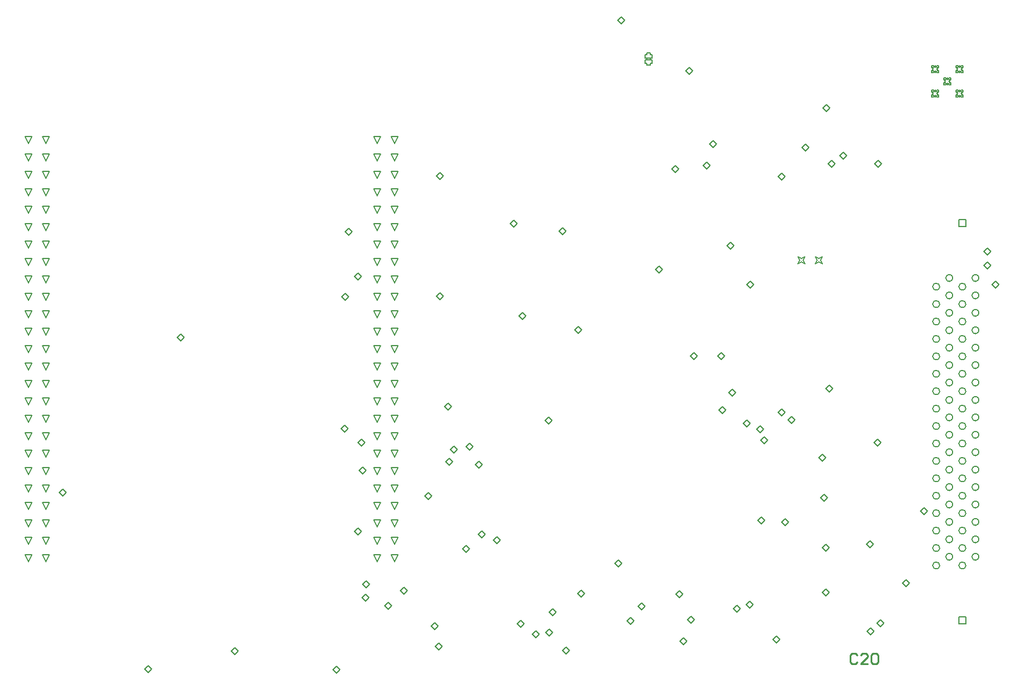
<source format=gbr>
%TF.GenerationSoftware,Altium Limited,Altium Designer,19.0.15 (446)*%
G04 Layer_Color=2752767*
%FSLAX26Y26*%
%MOIN*%
%TF.FileFunction,Drawing*%
%TF.Part,Single*%
G01*
G75*
%TA.AperFunction,NonConductor*%
%ADD61C,0.010000*%
%ADD92C,0.005000*%
%ADD93C,0.006667*%
D61*
X4884869Y115338D02*
X4874872Y125335D01*
X4854879D01*
X4844882Y115338D01*
Y75351D01*
X4854879Y65354D01*
X4874872D01*
X4884869Y75351D01*
X4944850Y65354D02*
X4904863D01*
X4944850Y105341D01*
Y115338D01*
X4934853Y125335D01*
X4914859D01*
X4904863Y115338D01*
X4964843D02*
X4974840Y125335D01*
X4994833D01*
X5004830Y115338D01*
Y75351D01*
X4994833Y65354D01*
X4974840D01*
X4964843Y75351D01*
Y115338D01*
D92*
X5468759Y2574089D02*
Y2614089D01*
X5508759D01*
Y2574089D01*
X5468759D01*
Y294168D02*
Y334168D01*
X5508759D01*
Y294168D01*
X5468759D01*
X2131417Y650119D02*
X2111417Y690119D01*
X2151417D01*
X2131417Y650119D01*
Y750119D02*
X2111417Y790119D01*
X2151417D01*
X2131417Y750119D01*
Y850119D02*
X2111417Y890119D01*
X2151417D01*
X2131417Y850119D01*
Y950119D02*
X2111417Y990119D01*
X2151417D01*
X2131417Y950119D01*
Y1050119D02*
X2111417Y1090119D01*
X2151417D01*
X2131417Y1050119D01*
Y1150119D02*
X2111417Y1190119D01*
X2151417D01*
X2131417Y1150119D01*
Y1250119D02*
X2111417Y1290119D01*
X2151417D01*
X2131417Y1250119D01*
Y1350119D02*
X2111417Y1390119D01*
X2151417D01*
X2131417Y1350119D01*
Y1450119D02*
X2111417Y1490119D01*
X2151417D01*
X2131417Y1450119D01*
Y1550119D02*
X2111417Y1590119D01*
X2151417D01*
X2131417Y1550119D01*
Y1650119D02*
X2111417Y1690119D01*
X2151417D01*
X2131417Y1650119D01*
Y1750119D02*
X2111417Y1790119D01*
X2151417D01*
X2131417Y1750119D01*
Y1850119D02*
X2111417Y1890119D01*
X2151417D01*
X2131417Y1850119D01*
Y1950119D02*
X2111417Y1990119D01*
X2151417D01*
X2131417Y1950119D01*
Y2050119D02*
X2111417Y2090119D01*
X2151417D01*
X2131417Y2050119D01*
Y2150119D02*
X2111417Y2190119D01*
X2151417D01*
X2131417Y2150119D01*
Y2250119D02*
X2111417Y2290119D01*
X2151417D01*
X2131417Y2250119D01*
Y2350119D02*
X2111417Y2390119D01*
X2151417D01*
X2131417Y2350119D01*
Y2450119D02*
X2111417Y2490119D01*
X2151417D01*
X2131417Y2450119D01*
Y2550119D02*
X2111417Y2590119D01*
X2151417D01*
X2131417Y2550119D01*
Y2650119D02*
X2111417Y2690119D01*
X2151417D01*
X2131417Y2650119D01*
Y2750119D02*
X2111417Y2790119D01*
X2151417D01*
X2131417Y2750119D01*
Y2850119D02*
X2111417Y2890119D01*
X2151417D01*
X2131417Y2850119D01*
Y2950119D02*
X2111417Y2990119D01*
X2151417D01*
X2131417Y2950119D01*
Y3050119D02*
X2111417Y3090119D01*
X2151417D01*
X2131417Y3050119D01*
X2231417Y650119D02*
X2211417Y690119D01*
X2251417D01*
X2231417Y650119D01*
Y750119D02*
X2211417Y790119D01*
X2251417D01*
X2231417Y750119D01*
Y850119D02*
X2211417Y890119D01*
X2251417D01*
X2231417Y850119D01*
Y950119D02*
X2211417Y990119D01*
X2251417D01*
X2231417Y950119D01*
Y1050119D02*
X2211417Y1090119D01*
X2251417D01*
X2231417Y1050119D01*
Y1150119D02*
X2211417Y1190119D01*
X2251417D01*
X2231417Y1150119D01*
Y1250119D02*
X2211417Y1290119D01*
X2251417D01*
X2231417Y1250119D01*
Y1350119D02*
X2211417Y1390119D01*
X2251417D01*
X2231417Y1350119D01*
Y1450119D02*
X2211417Y1490119D01*
X2251417D01*
X2231417Y1450119D01*
Y1550119D02*
X2211417Y1590119D01*
X2251417D01*
X2231417Y1550119D01*
Y1650119D02*
X2211417Y1690119D01*
X2251417D01*
X2231417Y1650119D01*
Y1750119D02*
X2211417Y1790119D01*
X2251417D01*
X2231417Y1750119D01*
Y1850119D02*
X2211417Y1890119D01*
X2251417D01*
X2231417Y1850119D01*
Y1950119D02*
X2211417Y1990119D01*
X2251417D01*
X2231417Y1950119D01*
Y2050119D02*
X2211417Y2090119D01*
X2251417D01*
X2231417Y2050119D01*
Y2150119D02*
X2211417Y2190119D01*
X2251417D01*
X2231417Y2150119D01*
Y2250119D02*
X2211417Y2290119D01*
X2251417D01*
X2231417Y2250119D01*
Y2350119D02*
X2211417Y2390119D01*
X2251417D01*
X2231417Y2350119D01*
Y2450119D02*
X2211417Y2490119D01*
X2251417D01*
X2231417Y2450119D01*
Y2550119D02*
X2211417Y2590119D01*
X2251417D01*
X2231417Y2550119D01*
Y2650119D02*
X2211417Y2690119D01*
X2251417D01*
X2231417Y2650119D01*
Y2750119D02*
X2211417Y2790119D01*
X2251417D01*
X2231417Y2750119D01*
Y2850119D02*
X2211417Y2890119D01*
X2251417D01*
X2231417Y2850119D01*
Y2950119D02*
X2211417Y2990119D01*
X2251417D01*
X2231417Y2950119D01*
Y3050119D02*
X2211417Y3090119D01*
X2251417D01*
X2231417Y3050119D01*
X131417Y650119D02*
X111417Y690119D01*
X151417D01*
X131417Y650119D01*
Y750119D02*
X111417Y790119D01*
X151417D01*
X131417Y750119D01*
Y850119D02*
X111417Y890119D01*
X151417D01*
X131417Y850119D01*
Y950119D02*
X111417Y990119D01*
X151417D01*
X131417Y950119D01*
Y1050119D02*
X111417Y1090119D01*
X151417D01*
X131417Y1050119D01*
Y1150119D02*
X111417Y1190119D01*
X151417D01*
X131417Y1150119D01*
Y1250119D02*
X111417Y1290119D01*
X151417D01*
X131417Y1250119D01*
Y1350119D02*
X111417Y1390119D01*
X151417D01*
X131417Y1350119D01*
Y1450119D02*
X111417Y1490119D01*
X151417D01*
X131417Y1450119D01*
Y1550119D02*
X111417Y1590119D01*
X151417D01*
X131417Y1550119D01*
Y1650119D02*
X111417Y1690119D01*
X151417D01*
X131417Y1650119D01*
Y1750119D02*
X111417Y1790119D01*
X151417D01*
X131417Y1750119D01*
Y1850119D02*
X111417Y1890119D01*
X151417D01*
X131417Y1850119D01*
Y1950119D02*
X111417Y1990119D01*
X151417D01*
X131417Y1950119D01*
Y2050119D02*
X111417Y2090119D01*
X151417D01*
X131417Y2050119D01*
Y2150119D02*
X111417Y2190119D01*
X151417D01*
X131417Y2150119D01*
Y2250119D02*
X111417Y2290119D01*
X151417D01*
X131417Y2250119D01*
Y2350119D02*
X111417Y2390119D01*
X151417D01*
X131417Y2350119D01*
Y2450119D02*
X111417Y2490119D01*
X151417D01*
X131417Y2450119D01*
Y2550119D02*
X111417Y2590119D01*
X151417D01*
X131417Y2550119D01*
Y2650119D02*
X111417Y2690119D01*
X151417D01*
X131417Y2650119D01*
Y2750119D02*
X111417Y2790119D01*
X151417D01*
X131417Y2750119D01*
Y2850119D02*
X111417Y2890119D01*
X151417D01*
X131417Y2850119D01*
Y2950119D02*
X111417Y2990119D01*
X151417D01*
X131417Y2950119D01*
Y3050119D02*
X111417Y3090119D01*
X151417D01*
X131417Y3050119D01*
X231417Y650119D02*
X211417Y690119D01*
X251417D01*
X231417Y650119D01*
Y750119D02*
X211417Y790119D01*
X251417D01*
X231417Y750119D01*
Y850119D02*
X211417Y890119D01*
X251417D01*
X231417Y850119D01*
Y950119D02*
X211417Y990119D01*
X251417D01*
X231417Y950119D01*
Y1050119D02*
X211417Y1090119D01*
X251417D01*
X231417Y1050119D01*
Y1150119D02*
X211417Y1190119D01*
X251417D01*
X231417Y1150119D01*
Y1250119D02*
X211417Y1290119D01*
X251417D01*
X231417Y1250119D01*
Y1350119D02*
X211417Y1390119D01*
X251417D01*
X231417Y1350119D01*
Y1450119D02*
X211417Y1490119D01*
X251417D01*
X231417Y1450119D01*
Y1550119D02*
X211417Y1590119D01*
X251417D01*
X231417Y1550119D01*
Y1650119D02*
X211417Y1690119D01*
X251417D01*
X231417Y1650119D01*
Y1750119D02*
X211417Y1790119D01*
X251417D01*
X231417Y1750119D01*
Y1850119D02*
X211417Y1890119D01*
X251417D01*
X231417Y1850119D01*
Y1950119D02*
X211417Y1990119D01*
X251417D01*
X231417Y1950119D01*
Y2050119D02*
X211417Y2090119D01*
X251417D01*
X231417Y2050119D01*
Y2150119D02*
X211417Y2190119D01*
X251417D01*
X231417Y2150119D01*
Y2250119D02*
X211417Y2290119D01*
X251417D01*
X231417Y2250119D01*
Y2350119D02*
X211417Y2390119D01*
X251417D01*
X231417Y2350119D01*
Y2450119D02*
X211417Y2490119D01*
X251417D01*
X231417Y2450119D01*
Y2550119D02*
X211417Y2590119D01*
X251417D01*
X231417Y2550119D01*
Y2650119D02*
X211417Y2690119D01*
X251417D01*
X231417Y2650119D01*
Y2750119D02*
X211417Y2790119D01*
X251417D01*
X231417Y2750119D01*
Y2850119D02*
X211417Y2890119D01*
X251417D01*
X231417Y2850119D01*
Y2950119D02*
X211417Y2990119D01*
X251417D01*
X231417Y2950119D01*
Y3050119D02*
X211417Y3090119D01*
X251417D01*
X231417Y3050119D01*
X5403631Y3388573D02*
X5413631Y3398573D01*
X5423631D01*
X5413631Y3408573D01*
X5423631Y3418573D01*
X5413631D01*
X5403631Y3428573D01*
X5393631Y3418573D01*
X5383631D01*
X5393631Y3408573D01*
X5383631Y3398573D01*
X5393631D01*
X5403631Y3388573D01*
X5334034Y3458171D02*
X5344034Y3468171D01*
X5354034D01*
X5344034Y3478171D01*
X5354034Y3488171D01*
X5344034D01*
X5334034Y3498171D01*
X5324034Y3488171D01*
X5314034D01*
X5324034Y3478171D01*
X5314034Y3468171D01*
X5324034D01*
X5334034Y3458171D01*
Y3318976D02*
X5344034Y3328976D01*
X5354034D01*
X5344034Y3338976D01*
X5354034Y3348976D01*
X5344034D01*
X5334034Y3358976D01*
X5324034Y3348976D01*
X5314034D01*
X5324034Y3338976D01*
X5314034Y3328976D01*
X5324034D01*
X5334034Y3318976D01*
X5473228Y3458171D02*
X5483228Y3468171D01*
X5493228D01*
X5483228Y3478171D01*
X5493228Y3488171D01*
X5483228D01*
X5473228Y3498171D01*
X5463228Y3488171D01*
X5453228D01*
X5463228Y3478171D01*
X5453228Y3468171D01*
X5463228D01*
X5473228Y3458171D01*
Y3318976D02*
X5483228Y3328976D01*
X5493228D01*
X5483228Y3338976D01*
X5493228Y3348976D01*
X5483228D01*
X5473228Y3358976D01*
X5463228Y3348976D01*
X5453228D01*
X5463228Y3338976D01*
X5453228Y3328976D01*
X5463228D01*
X5473228Y3318976D01*
X4644173Y2360710D02*
X4654173Y2380710D01*
X4644173Y2400710D01*
X4664173Y2390710D01*
X4684173Y2400710D01*
X4674173Y2380710D01*
X4684173Y2360710D01*
X4664173Y2370710D01*
X4644173Y2360710D01*
X4544173D02*
X4554173Y2380710D01*
X4544173Y2400710D01*
X4564173Y2390710D01*
X4584173Y2400710D01*
X4574173Y2380710D01*
X4584173Y2360710D01*
X4564173Y2370710D01*
X4544173Y2360710D01*
X3679291Y3509804D02*
Y3499804D01*
X3699291D01*
Y3509804D01*
X3709291D01*
Y3529804D01*
X3699291D01*
Y3539804D01*
X3679291D01*
Y3529804D01*
X3669291D01*
Y3509804D01*
X3679291D01*
Y3540552D02*
Y3530552D01*
X3699291D01*
Y3540552D01*
X3709291D01*
Y3560552D01*
X3699291D01*
Y3570552D01*
X3679291D01*
Y3560552D01*
X3669291D01*
Y3540552D01*
X3679291D01*
X5453228Y3318976D02*
X5463228D01*
X5473228Y3328976D01*
X5483228Y3318976D01*
X5493228D01*
Y3328976D01*
X5483228Y3338976D01*
X5493228Y3348976D01*
Y3358976D01*
X5483228D01*
X5473228Y3348976D01*
X5463228Y3358976D01*
X5453228D01*
Y3348976D01*
X5463228Y3338976D01*
X5453228Y3328976D01*
Y3318976D01*
Y3458171D02*
X5463228D01*
X5473228Y3468171D01*
X5483228Y3458171D01*
X5493228D01*
Y3468171D01*
X5483228Y3478171D01*
X5493228Y3488171D01*
Y3498171D01*
X5483228D01*
X5473228Y3488171D01*
X5463228Y3498171D01*
X5453228D01*
Y3488171D01*
X5463228Y3478171D01*
X5453228Y3468171D01*
Y3458171D01*
X5383631Y3388573D02*
X5393631D01*
X5403631Y3398573D01*
X5413631Y3388573D01*
X5423631D01*
Y3398573D01*
X5413631Y3408573D01*
X5423631Y3418573D01*
Y3428573D01*
X5413631D01*
X5403631Y3418573D01*
X5393631Y3428573D01*
X5383631D01*
Y3418573D01*
X5393631Y3408573D01*
X5383631Y3398573D01*
Y3388573D01*
X5314034Y3458171D02*
X5324034D01*
X5334034Y3468171D01*
X5344034Y3458171D01*
X5354034D01*
Y3468171D01*
X5344034Y3478171D01*
X5354034Y3488171D01*
Y3498171D01*
X5344034D01*
X5334034Y3488171D01*
X5324034Y3498171D01*
X5314034D01*
Y3488171D01*
X5324034Y3478171D01*
X5314034Y3468171D01*
Y3458171D01*
Y3318976D02*
X5324034D01*
X5334034Y3328976D01*
X5344034Y3318976D01*
X5354034D01*
Y3328976D01*
X5344034Y3338976D01*
X5354034Y3348976D01*
Y3358976D01*
X5344034D01*
X5334034Y3348976D01*
X5324034Y3358976D01*
X5314034D01*
Y3348976D01*
X5324034Y3338976D01*
X5314034Y3328976D01*
Y3318976D01*
X3095748Y1461417D02*
X3115748Y1481417D01*
X3135748Y1461417D01*
X3115748Y1441417D01*
X3095748Y1461417D01*
X3511496Y3756692D02*
X3531496Y3776692D01*
X3551496Y3756692D01*
X3531496Y3736692D01*
X3511496Y3756692D01*
X4717795Y2933465D02*
X4737795Y2953465D01*
X4757795Y2933465D01*
X4737795Y2913465D01*
X4717795Y2933465D01*
X4787087Y2979528D02*
X4807087Y2999528D01*
X4827087Y2979528D01*
X4807087Y2959528D01*
X4787087Y2979528D01*
X4040214Y3048012D02*
X4060214Y3068012D01*
X4080214Y3048012D01*
X4060214Y3028012D01*
X4040214Y3048012D01*
X4569173Y3026772D02*
X4589173Y3046772D01*
X4609173Y3026772D01*
X4589173Y3006772D01*
X4569173Y3026772D01*
X3902442Y3468110D02*
X3922442Y3488110D01*
X3942442Y3468110D01*
X3922442Y3448110D01*
X3902442Y3468110D01*
X3821338Y2904756D02*
X3841338Y2924756D01*
X3861338Y2904756D01*
X3841338Y2884756D01*
X3821338Y2904756D01*
X4431575Y2862205D02*
X4451575Y2882205D01*
X4471575Y2862205D01*
X4451575Y2842205D01*
X4431575Y2862205D01*
X4002834Y2922834D02*
X4022834Y2942834D01*
X4042834Y2922834D01*
X4022834Y2902834D01*
X4002834Y2922834D01*
X4690236Y3254724D02*
X4710236Y3274724D01*
X4730236Y3254724D01*
X4710236Y3234724D01*
X4690236Y3254724D01*
X2027638Y1172835D02*
X2047638Y1192835D01*
X2067638Y1172835D01*
X2047638Y1152835D01*
X2027638Y1172835D01*
X2526457Y1224803D02*
X2546457Y1244803D01*
X2566457Y1224803D01*
X2546457Y1204803D01*
X2526457Y1224803D01*
X2643386Y1312205D02*
X2663386Y1332205D01*
X2683386Y1312205D01*
X2663386Y1292205D01*
X2643386Y1312205D01*
X2694567Y1209055D02*
X2714567Y1229055D01*
X2734567Y1209055D01*
X2714567Y1189055D01*
X2694567Y1209055D01*
X2552441Y1294488D02*
X2572441Y1314488D01*
X2592441Y1294488D01*
X2572441Y1274488D01*
X2552441Y1294488D01*
X4433150Y1509449D02*
X4453150Y1529449D01*
X4473150Y1509449D01*
X4453150Y1489449D01*
X4433150Y1509449D01*
X4452047Y876378D02*
X4472047Y896378D01*
X4492047Y876378D01*
X4472047Y856378D01*
X4452047Y876378D01*
X4674095Y1016535D02*
X4694095Y1036535D01*
X4714095Y1016535D01*
X4694095Y996535D01*
X4674095Y1016535D01*
X4664646Y1249213D02*
X4684646Y1269213D01*
X4704646Y1249213D01*
X4684646Y1229213D01*
X4664646Y1249213D01*
X5146535Y528346D02*
X5166535Y548346D01*
X5186535Y528346D01*
X5166535Y508346D01*
X5146535Y528346D01*
X4250708Y404000D02*
X4270708Y424000D01*
X4290708Y404000D01*
X4270708Y384000D01*
X4250708Y404000D01*
X4174960Y381834D02*
X4194960Y401834D01*
X4214960Y381834D01*
X4194960Y361834D01*
X4174960Y381834D01*
X3281181Y469291D02*
X3301181Y489291D01*
X3321181Y469291D01*
X3301181Y449291D01*
X3281181Y469291D01*
X5250079Y942126D02*
X5270079Y962126D01*
X5290079Y942126D01*
X5270079Y922126D01*
X5250079Y942126D01*
X3930000Y1832000D02*
X3950000Y1852000D01*
X3970000Y1832000D01*
X3950000Y1812000D01*
X3930000Y1832000D01*
X3098898Y246063D02*
X3118898Y266063D01*
X3138898Y246063D01*
X3118898Y226063D01*
X3098898Y246063D01*
X3120157Y360630D02*
X3140157Y380630D01*
X3160157Y360630D01*
X3140157Y340630D01*
X3120157Y360630D01*
X3196535Y141339D02*
X3216535Y161339D01*
X3236535Y141339D01*
X3216535Y121339D01*
X3196535Y141339D01*
X1878819Y31244D02*
X1898819Y51244D01*
X1918819Y31244D01*
X1898819Y11244D01*
X1878819Y31244D01*
X798898Y33071D02*
X818898Y53071D01*
X838898Y33071D01*
X818898Y13071D01*
X798898Y33071D01*
X2466220Y163386D02*
X2486220Y183386D01*
X2506220Y163386D01*
X2486220Y143386D01*
X2466220Y163386D01*
X1294173Y136614D02*
X1314173Y156614D01*
X1334173Y136614D01*
X1314173Y116614D01*
X1294173Y136614D01*
X4138000Y2463000D02*
X4158000Y2483000D01*
X4178000Y2463000D01*
X4158000Y2443000D01*
X4138000Y2463000D01*
X4707000Y1645000D02*
X4727000Y1665000D01*
X4747000Y1645000D01*
X4727000Y1625000D01*
X4707000Y1645000D01*
X1928000Y2170120D02*
X1948000Y2190120D01*
X1968000Y2170120D01*
X1948000Y2150120D01*
X1928000Y2170120D01*
X3629000Y395000D02*
X3649000Y415000D01*
X3669000Y395000D01*
X3649000Y375000D01*
X3629000Y395000D01*
X4086000Y1830000D02*
X4106000Y1850000D01*
X4126000Y1830000D01*
X4106000Y1810000D01*
X4086000Y1830000D01*
X4232016Y1445984D02*
X4252016Y1465984D01*
X4272016Y1445984D01*
X4252016Y1425984D01*
X4232016Y1445984D01*
X4317000Y887000D02*
X4337000Y907000D01*
X4357000Y887000D01*
X4337000Y867000D01*
X4317000Y887000D01*
X309000Y1048000D02*
X329000Y1068000D01*
X349000Y1048000D01*
X329000Y1028000D01*
X309000Y1048000D01*
X4941000Y250000D02*
X4961000Y270000D01*
X4981000Y250000D01*
X4961000Y230000D01*
X4941000Y250000D01*
X2046000Y446000D02*
X2066000Y466000D01*
X2086000Y446000D01*
X2066000Y426000D01*
X2046000Y446000D01*
X2004000Y2288000D02*
X2024000Y2308000D01*
X2044000Y2288000D01*
X2024000Y2268000D01*
X2004000Y2288000D01*
Y823000D02*
X2024000Y843000D01*
X2044000Y823000D01*
X2024000Y803000D01*
X2004000Y823000D01*
X5612000Y2350000D02*
X5632000Y2370000D01*
X5652000Y2350000D01*
X5632000Y2330000D01*
X5612000Y2350000D01*
X2266000Y483000D02*
X2286000Y503000D01*
X2306000Y483000D01*
X2286000Y463000D01*
X2266000Y483000D01*
X2176000Y397000D02*
X2196000Y417000D01*
X2216000Y397000D01*
X2196000Y377000D01*
X2176000Y397000D01*
X2713000Y808000D02*
X2733000Y828000D01*
X2753000Y808000D01*
X2733000Y788000D01*
X2713000Y808000D01*
X2799000Y773000D02*
X2819000Y793000D01*
X2839000Y773000D01*
X2819000Y753000D01*
X2799000Y773000D01*
X4332000Y1349212D02*
X4352000Y1369212D01*
X4372000Y1349212D01*
X4352000Y1329212D01*
X4332000Y1349212D01*
X2518000Y1542000D02*
X2538000Y1562000D01*
X2558000Y1542000D01*
X2538000Y1522000D01*
X2518000Y1542000D01*
X4310000Y1410000D02*
X4330000Y1430000D01*
X4350000Y1410000D01*
X4330000Y1390000D01*
X4310000Y1410000D01*
X2934234Y295000D02*
X2954234Y315000D01*
X2974234Y295000D01*
X2954234Y275000D01*
X2934234Y295000D01*
X4938000Y752000D02*
X4958000Y772000D01*
X4978000Y752000D01*
X4958000Y732000D01*
X4938000Y752000D01*
X4982000Y1334000D02*
X5002000Y1354000D01*
X5022000Y1334000D01*
X5002000Y1314000D01*
X4982000Y1334000D01*
X986000Y1939000D02*
X1006000Y1959000D01*
X1026000Y1939000D01*
X1006000Y1919000D01*
X986000Y1939000D01*
X3729000Y2329000D02*
X3749000Y2349000D01*
X3769000Y2329000D01*
X3749000Y2309000D01*
X3729000Y2329000D01*
X3023000Y235000D02*
X3043000Y255000D01*
X3063000Y235000D01*
X3043000Y215000D01*
X3023000Y235000D01*
X3566000Y312000D02*
X3586000Y332000D01*
X3606000Y312000D01*
X3586000Y292000D01*
X3566000Y312000D01*
X3868000Y194000D02*
X3888000Y214000D01*
X3908000Y194000D01*
X3888000Y174000D01*
X3868000Y194000D01*
X4687000Y732000D02*
X4707000Y752000D01*
X4727000Y732000D01*
X4707000Y712000D01*
X4687000Y732000D01*
X4489000Y1465000D02*
X4509000Y1485000D01*
X4529000Y1465000D01*
X4509000Y1445000D01*
X4489000Y1465000D01*
X1949000Y2543000D02*
X1969000Y2563000D01*
X1989000Y2543000D01*
X1969000Y2523000D01*
X1949000Y2543000D01*
X4250914Y2241086D02*
X4270914Y2261086D01*
X4290914Y2241086D01*
X4270914Y2221086D01*
X4250914Y2241086D01*
X5660000Y2242000D02*
X5680000Y2262000D01*
X5700000Y2242000D01*
X5680000Y2222000D01*
X5660000Y2242000D01*
X2897000Y2590000D02*
X2917000Y2610000D01*
X2937000Y2590000D01*
X2917000Y2570000D01*
X2897000Y2590000D01*
X3496000Y640000D02*
X3516000Y660000D01*
X3536000Y640000D01*
X3516000Y620000D01*
X3496000Y640000D01*
X4092000Y1521000D02*
X4112000Y1541000D01*
X4132000Y1521000D01*
X4112000Y1501000D01*
X4092000Y1521000D01*
X4150000Y1620000D02*
X4170000Y1640000D01*
X4190000Y1620000D01*
X4170000Y1600000D01*
X4150000Y1620000D01*
X4403000Y205000D02*
X4423000Y225000D01*
X4443000Y205000D01*
X4423000Y185000D01*
X4403000Y205000D01*
X2442000Y282000D02*
X2462000Y302000D01*
X2482000Y282000D01*
X2462000Y262000D01*
X2442000Y282000D01*
X3846000Y465000D02*
X3866000Y485000D01*
X3886000Y465000D01*
X3866000Y445000D01*
X3846000Y465000D01*
X2050156Y521000D02*
X2070156Y541000D01*
X2090156Y521000D01*
X2070156Y501000D01*
X2050156Y521000D01*
X2022000Y1333000D02*
X2042000Y1353000D01*
X2062000Y1333000D01*
X2042000Y1313000D01*
X2022000Y1333000D01*
X1925000Y1414000D02*
X1945000Y1434000D01*
X1965000Y1414000D01*
X1945000Y1394000D01*
X1925000Y1414000D01*
X2623000Y726000D02*
X2643000Y746000D01*
X2663000Y726000D01*
X2643000Y706000D01*
X2623000Y726000D01*
X2405000Y1027000D02*
X2425000Y1047000D01*
X2445000Y1027000D01*
X2425000Y1007000D01*
X2405000Y1027000D01*
X4999000Y298000D02*
X5019000Y318000D01*
X5039000Y298000D01*
X5019000Y278000D01*
X4999000Y298000D01*
X4985394Y2933008D02*
X5005394Y2953008D01*
X5025394Y2933008D01*
X5005394Y2913008D01*
X4985394Y2933008D01*
X3175000Y2548000D02*
X3195000Y2568000D01*
X3215000Y2548000D01*
X3195000Y2528000D01*
X3175000Y2548000D01*
X2474000Y2863000D02*
X2494000Y2883000D01*
X2514000Y2863000D01*
X2494000Y2843000D01*
X2474000Y2863000D01*
Y2174000D02*
X2494000Y2194000D01*
X2514000Y2174000D01*
X2494000Y2154000D01*
X2474000Y2174000D01*
X3912000Y319000D02*
X3932000Y339000D01*
X3952000Y319000D01*
X3932000Y299000D01*
X3912000Y319000D01*
X4686000Y474000D02*
X4706000Y494000D01*
X4726000Y474000D01*
X4706000Y454000D01*
X4686000Y474000D01*
X5613500Y2429500D02*
X5633500Y2449500D01*
X5653500Y2429500D01*
X5633500Y2409500D01*
X5613500Y2429500D01*
X3266472Y1979528D02*
X3286472Y1999528D01*
X3306472Y1979528D01*
X3286472Y1959528D01*
X3266472Y1979528D01*
X2947000Y2062000D02*
X2967000Y2082000D01*
X2987000Y2062000D01*
X2967000Y2042000D01*
X2947000Y2062000D01*
D93*
X5583780Y2279129D02*
G03*
X5583780Y2279129I-20000J0D01*
G01*
Y2179129D02*
G03*
X5583780Y2179129I-20000J0D01*
G01*
Y2079129D02*
G03*
X5583780Y2079129I-20000J0D01*
G01*
Y1979129D02*
G03*
X5583780Y1979129I-20000J0D01*
G01*
Y1879129D02*
G03*
X5583780Y1879129I-20000J0D01*
G01*
Y1779129D02*
G03*
X5583780Y1779129I-20000J0D01*
G01*
Y1679129D02*
G03*
X5583780Y1679129I-20000J0D01*
G01*
Y1579129D02*
G03*
X5583780Y1579129I-20000J0D01*
G01*
Y1479129D02*
G03*
X5583780Y1479129I-20000J0D01*
G01*
Y1379129D02*
G03*
X5583780Y1379129I-20000J0D01*
G01*
Y1279129D02*
G03*
X5583780Y1279129I-20000J0D01*
G01*
Y1179129D02*
G03*
X5583780Y1179129I-20000J0D01*
G01*
Y1079129D02*
G03*
X5583780Y1079129I-20000J0D01*
G01*
Y979129D02*
G03*
X5583780Y979129I-20000J0D01*
G01*
Y879129D02*
G03*
X5583780Y879129I-20000J0D01*
G01*
Y779129D02*
G03*
X5583780Y779129I-20000J0D01*
G01*
X5508778Y2229129D02*
G03*
X5508778Y2229129I-20000J0D01*
G01*
Y2129129D02*
G03*
X5508778Y2129129I-20000J0D01*
G01*
Y2029129D02*
G03*
X5508778Y2029129I-20000J0D01*
G01*
Y1929129D02*
G03*
X5508778Y1929129I-20000J0D01*
G01*
Y1829129D02*
G03*
X5508778Y1829129I-20000J0D01*
G01*
Y1729129D02*
G03*
X5508778Y1729129I-20000J0D01*
G01*
Y1629129D02*
G03*
X5508778Y1629129I-20000J0D01*
G01*
Y1529129D02*
G03*
X5508778Y1529129I-20000J0D01*
G01*
Y1429129D02*
G03*
X5508778Y1429129I-20000J0D01*
G01*
Y1329129D02*
G03*
X5508778Y1329129I-20000J0D01*
G01*
Y1229129D02*
G03*
X5508778Y1229129I-20000J0D01*
G01*
Y1129129D02*
G03*
X5508778Y1129129I-20000J0D01*
G01*
Y1029129D02*
G03*
X5508778Y1029129I-20000J0D01*
G01*
Y929129D02*
G03*
X5508778Y929129I-20000J0D01*
G01*
Y829129D02*
G03*
X5508778Y829129I-20000J0D01*
G01*
Y729129D02*
G03*
X5508778Y729129I-20000J0D01*
G01*
X5583780Y679129D02*
G03*
X5583780Y679129I-20000J0D01*
G01*
X5508778Y629129D02*
G03*
X5508778Y629129I-20000J0D01*
G01*
X5433780Y2279129D02*
G03*
X5433780Y2279129I-20000J0D01*
G01*
Y2179129D02*
G03*
X5433780Y2179129I-20000J0D01*
G01*
Y2079129D02*
G03*
X5433780Y2079129I-20000J0D01*
G01*
Y1979129D02*
G03*
X5433780Y1979129I-20000J0D01*
G01*
Y1879129D02*
G03*
X5433780Y1879129I-20000J0D01*
G01*
Y1779129D02*
G03*
X5433780Y1779129I-20000J0D01*
G01*
Y1679129D02*
G03*
X5433780Y1679129I-20000J0D01*
G01*
Y1579129D02*
G03*
X5433780Y1579129I-20000J0D01*
G01*
Y1479129D02*
G03*
X5433780Y1479129I-20000J0D01*
G01*
Y1379129D02*
G03*
X5433780Y1379129I-20000J0D01*
G01*
Y1279129D02*
G03*
X5433780Y1279129I-20000J0D01*
G01*
Y1179129D02*
G03*
X5433780Y1179129I-20000J0D01*
G01*
Y1079129D02*
G03*
X5433780Y1079129I-20000J0D01*
G01*
Y979129D02*
G03*
X5433780Y979129I-20000J0D01*
G01*
Y879129D02*
G03*
X5433780Y879129I-20000J0D01*
G01*
Y779129D02*
G03*
X5433780Y779129I-20000J0D01*
G01*
Y679129D02*
G03*
X5433780Y679129I-20000J0D01*
G01*
X5358778Y2229129D02*
G03*
X5358778Y2229129I-20000J0D01*
G01*
Y2129129D02*
G03*
X5358778Y2129129I-20000J0D01*
G01*
Y2029129D02*
G03*
X5358778Y2029129I-20000J0D01*
G01*
Y1929129D02*
G03*
X5358778Y1929129I-20000J0D01*
G01*
Y1829129D02*
G03*
X5358778Y1829129I-20000J0D01*
G01*
Y1729129D02*
G03*
X5358778Y1729129I-20000J0D01*
G01*
Y1629129D02*
G03*
X5358778Y1629129I-20000J0D01*
G01*
Y1529129D02*
G03*
X5358778Y1529129I-20000J0D01*
G01*
Y1429129D02*
G03*
X5358778Y1429129I-20000J0D01*
G01*
Y1329129D02*
G03*
X5358778Y1329129I-20000J0D01*
G01*
Y1229129D02*
G03*
X5358778Y1229129I-20000J0D01*
G01*
Y1129129D02*
G03*
X5358778Y1129129I-20000J0D01*
G01*
Y1029129D02*
G03*
X5358778Y1029129I-20000J0D01*
G01*
Y929129D02*
G03*
X5358778Y929129I-20000J0D01*
G01*
Y829129D02*
G03*
X5358778Y829129I-20000J0D01*
G01*
Y729129D02*
G03*
X5358778Y729129I-20000J0D01*
G01*
Y629129D02*
G03*
X5358778Y629129I-20000J0D01*
G01*
%TF.MD5,4efac4c7082de0b3b9a6ce789e8e6c2a*%
M02*

</source>
